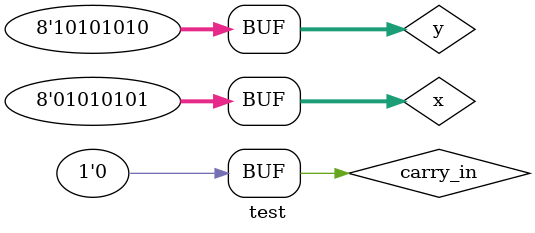
<source format=v>
`timescale 1ns/1ps

module test();
    reg [7:0]x;
    reg [7:0]y;
    reg carry_in;
    wire [7:0] sum;
    wire carry_out;

    adder_8_reg uut(
        .x(x),
        .y(y),
        .carry_in(carry_in),
        .sum(sum),
        .carry_out(carry_out)
    );

    initial begin
        $display("|   x   |   y   | carry_in |  sum  | carry_out |");
        $display("--------------------------------------");
        $monitor("| %3d  | %3d  |  %b  | %3d  |  %b  |", x, y, carry_in, sum, carry_out);
        // Case 1: 0 + 0
        x = 8'd0; y = 8'd0; carry_in = 0; #5;
        // Case 2: 255 + 0
        x = 8'd255; y = 8'd0; carry_in = 0; #5;
        // Case 3:  255 + 1
        x = 8'd255; y = 8'd1; carry_in = 0; #5;
        // Case 4: 85 + 170
        x = 8'd85; y = 8'd170; carry_in = 0; #5;
    end
endmodule
</source>
